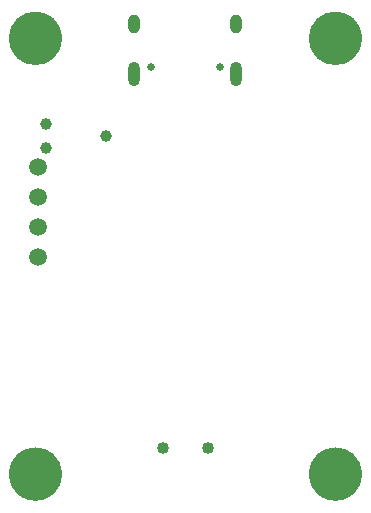
<source format=gbs>
%TF.GenerationSoftware,KiCad,Pcbnew,9.0.6*%
%TF.CreationDate,2026-01-06T04:45:56+09:00*%
%TF.ProjectId,VVDAP,56564441-502e-46b6-9963-61645f706362,rev?*%
%TF.SameCoordinates,Original*%
%TF.FileFunction,Soldermask,Bot*%
%TF.FilePolarity,Negative*%
%FSLAX46Y46*%
G04 Gerber Fmt 4.6, Leading zero omitted, Abs format (unit mm)*
G04 Created by KiCad (PCBNEW 9.0.6) date 2026-01-06 04:45:56*
%MOMM*%
%LPD*%
G01*
G04 APERTURE LIST*
%ADD10C,2.250000*%
%ADD11C,2.200000*%
%ADD12C,1.020000*%
%ADD13C,0.990600*%
%ADD14C,0.650000*%
%ADD15O,1.000000X2.100000*%
%ADD16O,1.000000X1.600000*%
%ADD17C,1.500000*%
G04 APERTURE END LIST*
D10*
X93825000Y-42300000D02*
G75*
G02*
X91575000Y-42300000I-1125000J0D01*
G01*
X91575000Y-42300000D02*
G75*
G02*
X93825000Y-42300000I1125000J0D01*
G01*
X68425000Y-79200000D02*
G75*
G02*
X66175000Y-79200000I-1125000J0D01*
G01*
X66175000Y-79200000D02*
G75*
G02*
X68425000Y-79200000I1125000J0D01*
G01*
X93825000Y-79200000D02*
G75*
G02*
X91575000Y-79200000I-1125000J0D01*
G01*
X91575000Y-79200000D02*
G75*
G02*
X93825000Y-79200000I1125000J0D01*
G01*
X68425000Y-42300000D02*
G75*
G02*
X66175000Y-42300000I-1125000J0D01*
G01*
X66175000Y-42300000D02*
G75*
G02*
X68425000Y-42300000I1125000J0D01*
G01*
D11*
%TO.C,REF\u002A\u002A*%
X67300000Y-79200000D03*
%TD*%
%TO.C,REF\u002A\u002A*%
X92700000Y-79200000D03*
%TD*%
%TO.C,REF\u002A\u002A*%
X67300000Y-42300000D03*
%TD*%
%TO.C,REF\u002A\u002A*%
X92700000Y-42300000D03*
%TD*%
D12*
%TO.C,J1*%
X78095000Y-77000000D03*
X81905000Y-77000000D03*
%TD*%
D13*
%TO.C,J5*%
X73240000Y-50600000D03*
X68160000Y-51616000D03*
X68160000Y-49584000D03*
%TD*%
D14*
%TO.C,J2*%
X82890000Y-44755000D03*
X77110000Y-44755000D03*
D15*
X84320000Y-45285000D03*
D16*
X84320000Y-41105000D03*
D15*
X75680000Y-45285000D03*
D16*
X75680000Y-41105000D03*
%TD*%
D17*
%TO.C,J3*%
X67500000Y-53190000D03*
X67500000Y-55730000D03*
X67500000Y-58270000D03*
X67500000Y-60810000D03*
%TD*%
M02*

</source>
